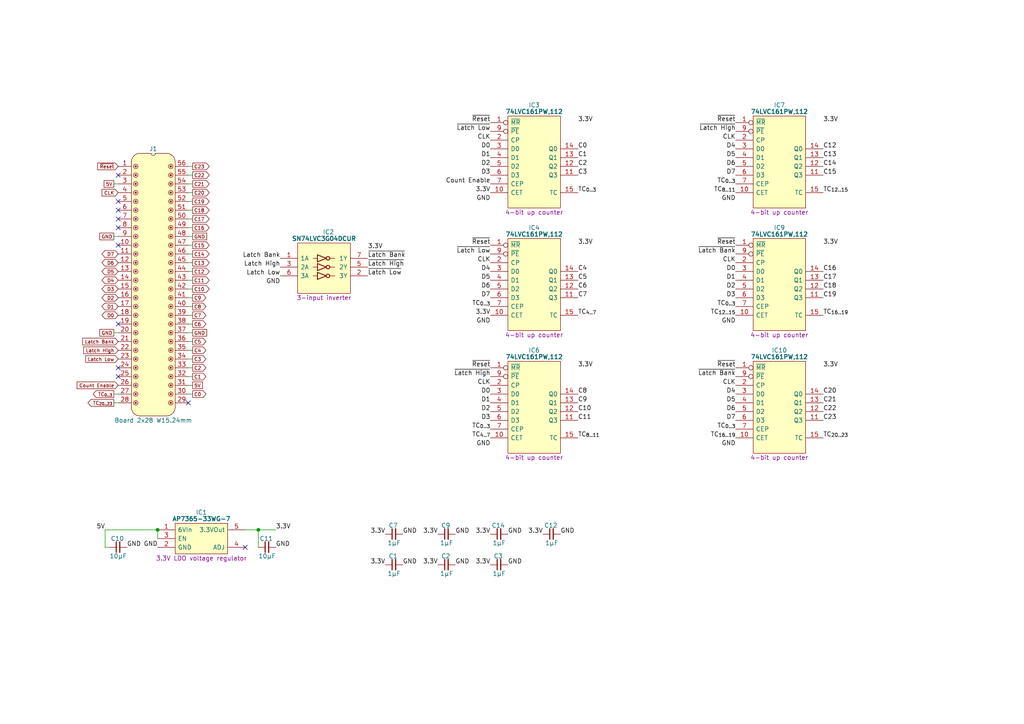
<source format=kicad_sch>
(kicad_sch (version 20250114) (generator "eeschema") (generator_version "9.0")
  (paper "A4")
  (title_block (title "Counter 24bit") (date "2024-07-06") (rev "V0"))
  (lib_symbols
    (symbol "Diodes_Inc:AP7365-33WG-7" (pin_names (offset 0.762))
      (property "Reference" "IC" (at 12.7 5.08 0))
      (property "Value" "AP7365-33WG-7" (at 12.7 3.175 0))
      (property "Description" "3.3V LDO voltage regulator" (at 12.7 -8.255 0))
      (symbol "AP7365-33WG-7_0_0"
        (pin input line (at 0 -2.54 0) (length 5.08) (name "EN") (number "3"))
        (pin passive line (at 0 -5.08 0) (length 5.08) (name "GND") (number "2"))
        (pin passive line (at 25.4 -5.08 180) (length 5.08) (name "ADJ") (number "4"))
      )
      (symbol "AP7365-33WG-7_0_1"
        (polyline (pts (xy 5.08 1.905) (xy 20.32 1.905) (xy 20.32 -6.985) (xy 5.08 -6.985) (xy 5.08 1.905)) (fill (type background)))
      )
      (symbol "AP7365-33WG-7_1_0"
        (pin passive line (at 0 0 0) (length 5.08) (name "6VIn") (number "1"))
        (pin passive line (at 25.4 0 180) (length 5.08) (name "3.3VOut") (number "5"))
      )
    )
    (symbol "HCP65:Board_02x28_W15.24mm" (pin_names (offset 1.016) (hide yes))
      (property "Reference" "J" (at 0 5.08 0))
      (property "Value" "Board 2x28 W15.24mm" (at 0 -73.66 0))
      (symbol "Board_02x28_W15.24mm_0_1"
        (polyline (pts (xy -6.35 1.27) (xy -6.35 -69.85)))
        (arc (start -3.8102 -72.3898) (mid -5.6063 -71.6459) (end -6.3502 -69.8498))
        (arc (start -6.35 1.27) (mid -5.6061 3.0661) (end -3.81 3.81))
        (polyline (pts (xy -3.81 3.81) (xy -0.635 3.81)))
        (arc (start 0.635 3.81) (mid 0 3.175) (end -0.635 3.81))
        (polyline (pts (xy 0.635 3.81) (xy 3.81 3.81)))
        (polyline (pts (xy 3.8098 -72.3898) (xy -3.81 -72.39)))
        (arc (start 3.81 3.81) (mid 5.6061 3.0661) (end 6.35 1.27))
        (arc (start 6.3498 -69.8498) (mid 5.6059 -71.6459) (end 3.8098 -72.3898))
        (polyline (pts (xy 6.35 -69.85) (xy 6.35 1.27)))
      )
      (symbol "Board_02x28_W15.24mm_1_1"
        (polyline (pts (xy -6.35 1.27) (xy -6.096 2.286) (xy -5.588 3.048) (xy -4.826 3.556) (xy -4.064 3.81) (xy -0.762 3.81) (xy -0.508 3.302) (xy 0 3.048) (xy 0 -34.29) (xy -6.35 -34.29) (xy -6.35 1.27)) (stroke (width -0.0001)) (fill (type background)))
        (polyline (pts (xy -6.35 -34.29) (xy 0 -34.29) (xy 0 -72.39) (xy -3.81 -72.39) (xy -4.826 -72.136) (xy -5.588 -71.628) (xy -6.096 -70.866) (xy -6.35 -69.85) (xy -6.35 -29.21)) (stroke (width -0.0001)) (fill (type background)))
        (circle (center -5.08 0) (radius 0.0001) (stroke (width 0.3)))
        (circle (center -5.08 0) (radius 0.635) (fill (type color) (color 255 255 255 1)))
        (circle (center -5.08 -2.54) (radius 0.0001) (stroke (width 0.3)))
        (circle (center -5.08 -2.54) (radius 0.635) (fill (type color) (color 255 255 255 1)))
        (circle (center -5.08 -5.08) (radius 0.0001) (stroke (width 0.3)))
        (circle (center -5.08 -5.08) (radius 0.635) (fill (type color) (color 255 255 255 1)))
        (circle (center -5.08 -7.62) (radius 0.0001) (stroke (width 0.3)))
        (circle (center -5.08 -7.62) (radius 0.635) (fill (type color) (color 255 255 255 1)))
        (circle (center -5.08 -10.16) (radius 0.0001) (stroke (width 0.3)))
        (circle (center -5.08 -10.16) (radius 0.635) (fill (type color) (color 255 255 255 1)))
        (circle (center -5.08 -12.7) (radius 0.0001) (stroke (width 0.3)))
        (circle (center -5.08 -12.7) (radius 0.635) (fill (type color) (color 255 255 255 1)))
        (circle (center -5.08 -15.24) (radius 0.0001) (stroke (width 0.3)))
        (circle (center -5.08 -15.24) (radius 0.635) (fill (type color) (color 255 255 255 1)))
        (circle (center -5.08 -17.78) (radius 0.0001) (stroke (width 0.3)))
        (circle (center -5.08 -17.78) (radius 0.635) (fill (type color) (color 255 255 255 1)))
        (circle (center -5.08 -20.32) (radius 0.0001) (stroke (width 0.3)))
        (circle (center -5.08 -20.32) (radius 0.635) (fill (type color) (color 255 255 255 1)))
        (circle (center -5.08 -22.86) (radius 0.0001) (stroke (width 0.3)))
        (circle (center -5.08 -22.86) (radius 0.635) (fill (type color) (color 255 255 255 1)))
        (circle (center -5.08 -25.4) (radius 0.0001) (stroke (width 0.3)))
        (circle (center -5.08 -25.4) (radius 0.635) (fill (type color) (color 255 255 255 1)))
        (circle (center -5.08 -27.94) (radius 0.0001) (stroke (width 0.3)))
        (circle (center -5.08 -27.94) (radius 0.635) (fill (type color) (color 255 255 255 1)))
        (circle (center -5.08 -30.48) (radius 0.0001) (stroke (width 0.3)))
        (circle (center -5.08 -30.48) (radius 0.635) (fill (type color) (color 255 255 255 1)))
        (circle (center -5.08 -33.02) (radius 0.0001) (stroke (width 0.3)))
        (circle (center -5.08 -33.02) (radius 0.635) (fill (type color) (color 255 255 255 1)))
        (circle (center -5.08 -35.56) (radius 0.0001) (stroke (width 0.3)))
        (circle (center -5.08 -35.56) (radius 0.635) (fill (type color) (color 255 255 255 1)))
        (circle (center -5.08 -38.1) (radius 0.0001) (stroke (width 0.3)))
        (circle (center -5.08 -38.1) (radius 0.635) (fill (type color) (color 255 255 255 1)))
        (circle (center -5.08 -40.64) (radius 0.0001) (stroke (width 0.3)))
        (circle (center -5.08 -40.64) (radius 0.635) (fill (type color) (color 255 255 255 1)))
        (circle (center -5.08 -43.18) (radius 0.0001) (stroke (width 0.3)))
        (circle (center -5.08 -43.18) (radius 0.635) (fill (type color) (color 255 255 255 1)))
        (circle (center -5.08 -45.72) (radius 0.0001) (stroke (width 0.3)))
        (circle (center -5.08 -45.72) (radius 0.635) (fill (type color) (color 255 255 255 1)))
        (circle (center -5.08 -48.26) (radius 0.0001) (stroke (width 0.3)))
        (circle (center -5.08 -48.26) (radius 0.635) (fill (type color) (color 255 255 255 1)))
        (circle (center -5.08 -50.8) (radius 0.0001) (stroke (width 0.3)))
        (circle (center -5.08 -50.8) (radius 0.635) (fill (type color) (color 255 255 255 1)))
        (circle (center -5.08 -53.34) (radius 0.0001) (stroke (width 0.3)))
        (circle (center -5.08 -53.34) (radius 0.635) (fill (type color) (color 255 255 255 1)))
        (circle (center -5.08 -55.88) (radius 0.0001) (stroke (width 0.3)))
        (circle (center -5.08 -55.88) (radius 0.635) (fill (type color) (color 255 255 255 1)))
        (circle (center -5.08 -58.42) (radius 0.0001) (stroke (width 0.3)))
        (circle (center -5.08 -58.42) (radius 0.635) (fill (type color) (color 255 255 255 1)))
        (circle (center -5.08 -60.96) (radius 0.0001) (stroke (width 0.3)))
        (circle (center -5.08 -60.96) (radius 0.635) (fill (type color) (color 255 255 255 1)))
        (circle (center -5.08 -63.5) (radius 0.0001) (stroke (width 0.3)))
        (circle (center -5.08 -63.5) (radius 0.635) (fill (type color) (color 255 255 255 1)))
        (circle (center -5.08 -66.04) (radius 0.0001) (stroke (width 0.3)))
        (circle (center -5.08 -66.04) (radius 0.635) (fill (type color) (color 255 255 255 1)))
        (circle (center -5.08 -68.58) (radius 0.0001) (stroke (width 0.3)))
        (circle (center -5.08 -68.58) (radius 0.635) (fill (type color) (color 255 255 255 1)))
        (circle (center 5.08 0) (radius 0.0001) (stroke (width 0.3)))
        (circle (center 5.08 0) (radius 0.635) (fill (type color) (color 255 255 255 1)))
        (circle (center 5.08 -2.54) (radius 0.0001) (stroke (width 0.3)))
        (circle (center 5.08 -2.54) (radius 0.635) (fill (type color) (color 255 255 255 1)))
        (circle (center 5.08 -5.08) (radius 0.0001) (stroke (width 0.3)))
        (circle (center 5.08 -5.08) (radius 0.635) (fill (type color) (color 255 255 255 1)))
        (circle (center 5.08 -7.62) (radius 0.0001) (stroke (width 0.3)))
        (circle (center 5.08 -7.62) (radius 0.635) (fill (type color) (color 255 255 255 1)))
        (circle (center 5.08 -10.16) (radius 0.0001) (stroke (width 0.3)))
        (circle (center 5.08 -10.16) (radius 0.635) (fill (type color) (color 255 255 255 1)))
        (circle (center 5.08 -12.7) (radius 0.0001) (stroke (width 0.3)))
        (circle (center 5.08 -12.7) (radius 0.635) (fill (type color) (color 255 255 255 1)))
        (circle (center 5.08 -15.24) (radius 0.0001) (stroke (width 0.3)))
        (circle (center 5.08 -15.24) (radius 0.635) (fill (type color) (color 255 255 255 1)))
        (circle (center 5.08 -17.78) (radius 0.0001) (stroke (width 0.3)))
        (circle (center 5.08 -17.78) (radius 0.635) (fill (type color) (color 255 255 255 1)))
        (circle (center 5.08 -20.32) (radius 0.0001) (stroke (width 0.3)))
        (circle (center 5.08 -20.32) (radius 0.635) (fill (type color) (color 255 255 255 1)))
        (circle (center 5.08 -22.86) (radius 0.0001) (stroke (width 0.3)))
        (circle (center 5.08 -22.86) (radius 0.635) (fill (type color) (color 255 255 255 1)))
        (circle (center 5.08 -25.4) (radius 0.0001) (stroke (width 0.3)))
        (circle (center 5.08 -25.4) (radius 0.635) (fill (type color) (color 255 255 255 1)))
        (circle (center 5.08 -27.94) (radius 0.0001) (stroke (width 0.3)))
        (circle (center 5.08 -27.94) (radius 0.635) (fill (type color) (color 255 255 255 1)))
        (circle (center 5.08 -30.48) (radius 0.0001) (stroke (width 0.3)))
        (circle (center 5.08 -30.48) (radius 0.635) (fill (type color) (color 255 255 255 1)))
        (circle (center 5.08 -33.02) (radius 0.0001) (stroke (width 0.3)))
        (circle (center 5.08 -33.02) (radius 0.635) (fill (type color) (color 255 255 255 1)))
        (circle (center 5.08 -35.56) (radius 0.0001) (stroke (width 0.3)))
        (circle (center 5.08 -35.56) (radius 0.635) (fill (type color) (color 255 255 255 1)))
        (circle (center 5.08 -38.1) (radius 0.0001) (stroke (width 0.3)))
        (circle (center 5.08 -38.1) (radius 0.635) (fill (type color) (color 255 255 255 1)))
        (circle (center 5.08 -40.64) (radius 0.0001) (stroke (width 0.3)))
        (circle (center 5.08 -40.64) (radius 0.635) (fill (type color) (color 255 255 255 1)))
        (circle (center 5.08 -43.18) (radius 0.0001) (stroke (width 0.3)))
        (circle (center 5.08 -43.18) (radius 0.635) (fill (type color) (color 255 255 255 1)))
        (circle (center 5.08 -45.72) (radius 0.0001) (stroke (width 0.3)))
        (circle (center 5.08 -45.72) (radius 0.635) (fill (type color) (color 255 255 255 1)))
        (circle (center 5.08 -48.26) (radius 0.0001) (stroke (width 0.3)))
        (circle (center 5.08 -48.26) (radius 0.635) (fill (type color) (color 255 255 255 1)))
        (circle (center 5.08 -50.8) (radius 0.0001) (stroke (width 0.3)))
        (circle (center 5.08 -50.8) (radius 0.635) (fill (type color) (color 255 255 255 1)))
        (circle (center 5.08 -53.34) (radius 0.0001) (stroke (width 0.3)))
        (circle (center 5.08 -53.34) (radius 0.635) (fill (type color) (color 255 255 255 1)))
        (circle (center 5.08 -55.88) (radius 0.0001) (stroke (width 0.3)))
        (circle (center 5.08 -55.88) (radius 0.635) (fill (type color) (color 255 255 255 1)))
        (circle (center 5.08 -58.42) (radius 0.0001) (stroke (width 0.3)))
        (circle (center 5.08 -58.42) (radius 0.635) (fill (type color) (color 255 255 255 1)))
        (circle (center 5.08 -60.96) (radius 0.0001) (stroke (width 0.3)))
        (circle (center 5.08 -60.96) (radius 0.635) (fill (type color) (color 255 255 255 1)))
        (circle (center 5.08 -63.5) (radius 0.0001) (stroke (width 0.3)))
        (circle (center 5.08 -63.5) (radius 0.635) (fill (type color) (color 255 255 255 1)))
        (circle (center 5.08 -66.04) (radius 0.0001) (stroke (width 0.3)))
        (circle (center 5.08 -66.04) (radius 0.635) (fill (type color) (color 255 255 255 1)))
        (circle (center 5.08 -68.58) (radius 0.0001) (stroke (width 0.3)))
        (circle (center 5.08 -68.58) (radius 0.635) (fill (type color) (color 255 255 255 1)))
        (polyline (pts (xy 6.35 1.27) (xy 6.096 2.286) (xy 5.588 3.048) (xy 4.826 3.556) (xy 4.064 3.81) (xy 0.762 3.81) (xy 0.508 3.302) (xy 0 3.048) (xy 0 -34.29) (xy 6.35 -34.29) (xy 6.35 1.27)) (stroke (width -0.0001)) (fill (type background)))
        (polyline (pts (xy 6.35 -34.29) (xy 0 -34.29) (xy 0 -72.39) (xy 3.81 -72.39) (xy 4.826 -72.136) (xy 5.588 -71.628) (xy 6.096 -70.866) (xy 6.35 -69.85)) (stroke (width -0.0001)) (fill (type background)))
        (pin passive line (at -10.16 0 0) (length 3.81) (name "") (number "1"))
        (pin passive line (at -10.16 -2.54 0) (length 3.81) (name "") (number "2"))
        (pin passive line (at -10.16 -5.08 0) (length 3.81) (name "") (number "3"))
        (pin passive line (at -10.16 -7.62 0) (length 3.81) (name "") (number "4"))
        (pin passive line (at -10.16 -10.16 0) (length 3.81) (name "") (number "5"))
        (pin passive line (at -10.16 -12.7 0) (length 3.81) (name "") (number "6"))
        (pin passive line (at -10.16 -15.24 0) (length 3.81) (name "") (number "7"))
        (pin passive line (at -10.16 -17.78 0) (length 3.81) (name "") (number "8"))
        (pin passive line (at -10.16 -20.32 0) (length 3.81) (name "") (number "9"))
        (pin passive line (at -10.16 -22.86 0) (length 3.81) (name "") (number "10"))
        (pin passive line (at -10.16 -25.4 0) (length 3.81) (name "") (number "11"))
        (pin passive line (at -10.16 -27.94 0) (length 3.81) (name "") (number "12"))
        (pin passive line (at -10.16 -30.48 0) (length 3.81) (name "") (number "13"))
        (pin passive line (at -10.16 -33.02 0) (length 3.81) (name "") (number "14"))
        (pin passive line (at -10.16 -35.56 0) (length 3.81) (name "") (number "15"))
        (pin passive line (at -10.16 -38.1 0) (length 3.81) (name "") (number "16"))
        (pin passive line (at -10.16 -40.64 0) (length 3.81) (name "") (number "17"))
        (pin passive line (at -10.16 -43.18 0) (length 3.81) (name "") (number "18"))
        (pin passive line (at -10.16 -45.72 0) (length 3.81) (name "") (number "19"))
        (pin passive line (at -10.16 -48.26 0) (length 3.81) (name "") (number "20"))
        (pin passive line (at -10.16 -50.8 0) (length 3.81) (name "") (number "21"))
        (pin passive line (at -10.16 -53.34 0) (length 3.81) (name "") (number "22"))
        (pin passive line (at -10.16 -55.88 0) (length 3.81) (name "") (number "23"))
        (pin passive line (at -10.16 -58.42 0) (length 3.81) (name "") (number "24"))
        (pin passive line (at -10.16 -60.96 0) (length 3.81) (name "") (number "25"))
        (pin passive line (at -10.16 -63.5 0) (length 3.81) (name "") (number "26"))
        (pin passive line (at -10.16 -66.04 0) (length 3.81) (name "") (number "27"))
        (pin passive line (at -10.16 -68.58 0) (length 3.81) (name "") (number "28"))
        (pin passive line (at 10.16 0 180) (length 3.81) (name "") (number "56"))
        (pin passive line (at 10.16 -2.54 180) (length 3.81) (name "") (number "55"))
        (pin passive line (at 10.16 -5.08 180) (length 3.81) (name "") (number "54"))
        (pin passive line (at 10.16 -7.62 180) (length 3.81) (name "") (number "53"))
        (pin passive line (at 10.16 -10.16 180) (length 3.81) (name "") (number "52"))
        (pin passive line (at 10.16 -12.7 180) (length 3.81) (name "") (number "51"))
        (pin passive line (at 10.16 -15.24 180) (length 3.81) (name "") (number "50"))
        (pin passive line (at 10.16 -17.78 180) (length 3.81) (name "") (number "49"))
        (pin passive line (at 10.16 -20.32 180) (length 3.81) (name "") (number "48"))
        (pin passive line (at 10.16 -22.86 180) (length 3.81) (name "") (number "47"))
        (pin passive line (at 10.16 -25.4 180) (length 3.81) (name "") (number "46"))
        (pin passive line (at 10.16 -27.94 180) (length 3.81) (name "") (number "45"))
        (pin passive line (at 10.16 -30.48 180) (length 3.81) (name "") (number "44"))
        (pin passive line (at 10.16 -33.02 180) (length 3.81) (name "") (number "43"))
        (pin passive line (at 10.16 -35.56 180) (length 3.81) (name "") (number "42"))
        (pin passive line (at 10.16 -38.1 180) (length 3.81) (name "") (number "41"))
        (pin passive line (at 10.16 -40.64 180) (length 3.81) (name "") (number "40"))
        (pin passive line (at 10.16 -43.18 180) (length 3.81) (name "") (number "39"))
        (pin passive line (at 10.16 -45.72 180) (length 3.81) (name "") (number "38"))
        (pin passive line (at 10.16 -48.26 180) (length 3.81) (name "") (number "37"))
        (pin passive line (at 10.16 -50.8 180) (length 3.81) (name "") (number "36"))
        (pin passive line (at 10.16 -53.34 180) (length 3.81) (name "") (number "35"))
        (pin passive line (at 10.16 -55.88 180) (length 3.81) (name "") (number "34"))
        (pin passive line (at 10.16 -58.42 180) (length 3.81) (name "") (number "33"))
        (pin passive line (at 10.16 -60.96 180) (length 3.81) (name "") (number "32"))
        (pin passive line (at 10.16 -63.5 180) (length 3.81) (name "") (number "31"))
        (pin passive line (at 10.16 -66.04 180) (length 3.81) (name "") (number "30"))
        (pin passive line (at 10.16 -68.58 180) (length 3.81) (name "") (number "29"))
      )
    )
    (symbol "HCP65:C_0805" (pin_numbers (hide yes)) (pin_names (offset 0.254) (hide yes))
      (property "Reference" "C" (at 2.286 2.54 0))
      (property "Value" "?μF" (at 2.54 -2.54 0))
      (symbol "C_0805_0_1"
        (polyline (pts (xy 1.9685 -1.4605) (xy 1.9685 1.5875)) (stroke (width 0.3048)))
        (polyline (pts (xy 2.9845 -1.4605) (xy 2.9845 1.5875)) (stroke (width 0.3302)))
      )
      (symbol "C_0805_1_1"
        (pin passive line (at 0 0 0) (length 2.032) (name "~") (number "1"))
        (pin passive line (at 5.08 0 180) (length 2.032) (name "~") (number "2"))
      )
    )
    (symbol "Nexperia:74LVC161PW,112" (pin_names (offset 0.762))
      (property "Reference" "IC" (at 12.7 5.08 0))
      (property "Value" "74LVC161PW,112" (at 12.7 3.175 0))
      (property "Description" "4-bit up counter" (at 12.7 -26.035 0))
      (symbol "74LVC161PW,112_0_0"
        (pin input inverted (at 0 0 0) (length 5.08) (name "~{MR}") (number "1"))
        (pin input inverted (at 0 -2.54 0) (length 5.08) (name "~{PE}") (number "9"))
        (pin input line (at 0 -5.08 0) (length 5.08) (name "CP") (number "2"))
        (pin input line (at 0 -7.62 0) (length 5.08) (name "D0") (number "3"))
        (pin input line (at 0 -10.16 0) (length 5.08) (name "D1") (number "4"))
        (pin input line (at 0 -12.7 0) (length 5.08) (name "D2") (number "5"))
        (pin input line (at 0 -15.24 0) (length 5.08) (name "D3") (number "6"))
        (pin input line (at 0 -17.78 0) (length 5.08) (name "CEP") (number "7"))
        (pin input line (at 0 -20.32 0) (length 5.08) (name "CET") (number "10"))
        (pin passive line (at 0 -22.86 0) (length 5.08) (hide yes) (name "GND") (number "8"))
        (pin passive line (at 25.4 0 180) (length 5.08) (hide yes) (name "3V") (number "16"))
        (pin output line (at 25.4 -7.62 180) (length 5.08) (name "Q0") (number "14"))
        (pin output line (at 25.4 -10.16 180) (length 5.08) (name "Q1") (number "13"))
        (pin output line (at 25.4 -12.7 180) (length 5.08) (name "Q2") (number "12"))
        (pin output line (at 25.4 -15.24 180) (length 5.08) (name "Q3") (number "11"))
        (pin output line (at 25.4 -20.32 180) (length 5.08) (name "TC") (number "15"))
      )
      (symbol "74LVC161PW,112_0_1"
        (polyline (pts (xy 5.08 1.905) (xy 20.32 1.905) (xy 20.32 -24.765) (xy 5.08 -24.765) (xy 5.08 1.905)) (stroke (width 0.1524)) (fill (type background)))
      )
    )
    (symbol "Texas_Instruments:SN74LVC3G04DCUR" (pin_names (offset 0.762))
      (property "Reference" "IC" (at 13.97 7.62 0))
      (property "Value" "SN74LVC3G04DCUR" (at 12.7 5.715 0))
      (property "Description" "3-input inverter" (at 12.7 -11.43 0))
      (symbol "SN74LVC3G04DCUR_0_0"
        (pin input line (at 0 0 0) (length 5.08) (name "1A") (number "1"))
        (pin input line (at 0 -2.54 0) (length 5.08) (name "2A") (number "3"))
        (pin input line (at 0 -5.08 0) (length 5.08) (name "3A") (number "6"))
        (pin output line (at 25.4 -2.54 180) (length 5.08) (name "2Y") (number "5"))
        (pin output line (at 25.4 -5.08 180) (length 5.08) (name "3Y") (number "2"))
      )
      (symbol "SN74LVC3G04DCUR_0_1"
        (polyline (pts (xy 5.08 4.445) (xy 20.32 4.445) (xy 20.32 -10.16) (xy 5.08 -10.16) (xy 5.08 4.445)) (stroke (width 0.1524)) (fill (type background)))
        (polyline (pts (xy 9.525 0) (xy 10.7949 0)))
        (polyline (pts (xy 9.525 -2.54) (xy 10.7949 -2.54)))
        (polyline (pts (xy 9.525 -5.08) (xy 10.7949 -5.08)))
        (rectangle (start 10.795 1.016) (end 10.795 -1.016) (stroke (width 0.254)) (fill (type background)))
        (polyline (pts (xy 10.795 -1.016) (xy 13.335 0) (xy 10.795 1.016)) (stroke (width 0.254)))
        (rectangle (start 10.795 -1.524) (end 10.795 -3.556) (stroke (width 0.254)) (fill (type background)))
        (polyline (pts (xy 10.795 -3.556) (xy 13.335 -2.54) (xy 10.795 -1.524)) (stroke (width 0.254)))
        (rectangle (start 10.795 -4.064) (end 10.795 -6.096) (stroke (width 0.254)) (fill (type background)))
        (polyline (pts (xy 10.795 -6.096) (xy 13.335 -5.08) (xy 10.795 -4.064)) (stroke (width 0.254)))
        (circle (center 13.843 0) (radius 0.508) (stroke (width 0.254)))
        (circle (center 13.843 -2.54) (radius 0.508) (stroke (width 0.254)))
        (circle (center 13.843 -5.08) (radius 0.508) (stroke (width 0.254)))
        (polyline (pts (xy 14.351 0) (xy 15.875 0)))
        (polyline (pts (xy 14.351 -2.54) (xy 15.875 -2.54)))
        (polyline (pts (xy 14.351 -5.08) (xy 15.875 -5.08)))
      )
      (symbol "SN74LVC3G04DCUR_1_0"
        (pin passive line (at 0 -7.62 0) (length 5.08) (hide yes) (name "GND") (number "4"))
        (pin passive line (at 25.4 2.54 180) (length 5.08) (hide yes) (name "3V") (number "8"))
        (pin output line (at 25.4 0 180) (length 5.08) (name "1Y") (number "7"))
      )
    )
  )
  (junction (at 45.72 153.67))
  (junction (at 74.93 153.67))
  (no_connect (at 34.29 63.5))
  (no_connect (at 34.29 58.42))
  (no_connect (at 34.29 93.98))
  (no_connect (at 71.12 158.75))
  (no_connect (at 54.61 116.84))
  (no_connect (at 34.29 106.68))
  (no_connect (at 34.29 71.12))
  (no_connect (at 34.29 66.04))
  (no_connect (at 34.29 60.96))
  (no_connect (at 34.29 109.22))
  (no_connect (at 34.29 50.8))
  (wire (pts (xy 55.88 91.44) (xy 54.61 91.44)))
  (wire (pts (xy 55.88 111.76) (xy 54.61 111.76)))
  (wire (pts (xy 55.88 86.36) (xy 54.61 86.36)))
  (wire (pts (xy 55.88 104.14) (xy 54.61 104.14)))
  (wire (pts (xy 55.88 58.42) (xy 54.61 58.42)))
  (wire (pts (xy 74.93 158.75) (xy 74.93 153.67)))
  (wire (pts (xy 55.88 114.3) (xy 54.61 114.3)))
  (wire (pts (xy 55.88 68.58) (xy 54.61 68.58)))
  (wire (pts (xy 55.88 83.82) (xy 54.61 83.82)))
  (wire (pts (xy 55.88 53.34) (xy 54.61 53.34)))
  (wire (pts (xy 55.88 60.96) (xy 54.61 60.96)))
  (wire (pts (xy 30.48 153.67) (xy 45.72 153.67)))
  (wire (pts (xy 55.88 96.52) (xy 54.61 96.52)))
  (wire (pts (xy 55.88 106.68) (xy 54.61 106.68)))
  (wire (pts (xy 55.88 81.28) (xy 54.61 81.28)))
  (wire (pts (xy 33.02 96.52) (xy 34.29 96.52)))
  (wire (pts (xy 33.02 114.3) (xy 34.29 114.3)))
  (wire (pts (xy 45.72 153.67) (xy 45.72 156.21)))
  (wire (pts (xy 33.02 68.58) (xy 34.29 68.58)))
  (wire (pts (xy 55.88 88.9) (xy 54.61 88.9)))
  (wire (pts (xy 55.88 63.5) (xy 54.61 63.5)))
  (wire (pts (xy 55.88 99.06) (xy 54.61 99.06)))
  (wire (pts (xy 55.88 66.04) (xy 54.61 66.04)))
  (wire (pts (xy 55.88 73.66) (xy 54.61 73.66)))
  (wire (pts (xy 71.12 153.67) (xy 74.93 153.67)))
  (wire (pts (xy 55.88 48.26) (xy 54.61 48.26)))
  (wire (pts (xy 55.88 78.74) (xy 54.61 78.74)))
  (wire (pts (xy 55.88 50.8) (xy 54.61 50.8)))
  (wire (pts (xy 55.88 93.98) (xy 54.61 93.98)))
  (wire (pts (xy 30.48 153.67) (xy 30.48 158.75)))
  (wire (pts (xy 55.88 109.22) (xy 54.61 109.22)))
  (wire (pts (xy 55.88 76.2) (xy 54.61 76.2)))
  (wire (pts (xy 33.02 53.34) (xy 34.29 53.34)))
  (wire (pts (xy 55.88 55.88) (xy 54.61 55.88)))
  (wire (pts (xy 55.88 101.6) (xy 54.61 101.6)))
  (wire (pts (xy 55.88 71.12) (xy 54.61 71.12)))
  (wire (pts (xy 30.48 158.75) (xy 31.75 158.75)))
  (wire (pts (xy 33.02 116.84) (xy 34.29 116.84)))
  (wire (pts (xy 74.93 153.67) (xy 80.01 153.67)))
  (label "C6" (at 167.64 83.82 0))
  (label "D0" (at 142.24 114.3 180))
  (label "C17" (at 238.76 81.28 0))
  (label "TC_{8..11}" (at 167.64 127 0))
  (label "GND" (at 213.36 93.98 180))
  (label "TC_{8..11}" (at 213.36 55.88 180))
  (label "C13" (at 238.76 45.72 0))
  (label "3.3V" (at 127 163.83 180))
  (label "TC_{0..3}" (at 213.36 53.34 180))
  (label "~{Latch High}" (at 106.68 77.47 0))
  (label "D5" (at 213.36 45.72 180))
  (label "C1" (at 167.64 45.72 0))
  (label "GND" (at 147.32 154.94 0))
  (label "D4" (at 213.36 43.18 180))
  (label "~{Reset}" (at 213.36 106.68 180))
  (label "C11" (at 167.64 121.92 0))
  (label "D2" (at 142.24 48.26 180))
  (label "GND" (at 80.01 158.75 0))
  (label "GND" (at 213.36 58.42 180))
  (label "TC_{0..3}" (at 167.64 55.88 0))
  (label "3.3V" (at 238.76 71.12 0))
  (label "~{Latch Bank}" (at 106.68 74.93 0))
  (label "CLK" (at 142.24 40.64 180))
  (label "D3" (at 142.24 50.8 180))
  (label "D2" (at 142.24 119.38 180))
  (label "C21" (at 238.76 116.84 0))
  (label "GND" (at 162.56 154.94 0))
  (label "~{Reset}" (at 142.24 71.12 180))
  (label "D3" (at 213.36 86.36 180))
  (label "Latch High" (at 81.28 77.47 180))
  (label "3.3V" (at 127 154.94 180))
  (label "GND" (at 116.84 154.94 0))
  (label "D1" (at 142.24 45.72 180))
  (label "GND" (at 36.83 158.75 0))
  (label "5V" (at 30.48 153.67 180))
  (label "D7" (at 142.24 86.36 180))
  (label "GND" (at 142.24 129.54 180))
  (label "D0" (at 213.36 78.74 180))
  (label "D6" (at 213.36 48.26 180))
  (label "Count Enable" (at 142.24 53.34 180))
  (label "TC_{16..19}" (at 213.36 127 180))
  (label "TC_{12..15}" (at 213.36 91.44 180))
  (label "TC_{0..3}" (at 213.36 88.9 180))
  (label "CLK" (at 213.36 76.2 180))
  (label "TC_{4..7}" (at 142.24 127 180))
  (label "GND" (at 142.24 58.42 180))
  (label "~{Latch High}" (at 142.24 109.22 180))
  (label "Latch Low" (at 81.28 80.01 180))
  (label "TC_{16..19}" (at 238.76 91.44 0))
  (label "C10" (at 167.64 119.38 0))
  (label "3.3V" (at 238.76 35.56 0))
  (label "GND" (at 45.72 158.75 180))
  (label "D4" (at 142.24 78.74 180))
  (label "3.3V" (at 238.76 106.68 0))
  (label "3.3V" (at 111.76 154.94 180))
  (label "GND" (at 147.32 163.83 0))
  (label "~{Latch Low}" (at 142.24 38.1 180))
  (label "3.3V" (at 142.24 154.94 180))
  (label "D1" (at 142.24 116.84 180))
  (label "3.3V" (at 142.24 163.83 180))
  (label "C15" (at 238.76 50.8 0))
  (label "~{Reset}" (at 213.36 35.56 180))
  (label "GND" (at 116.84 163.83 0))
  (label "3.3V" (at 142.24 91.44 180))
  (label "C16" (at 238.76 78.74 0))
  (label "C4" (at 167.64 78.74 0))
  (label "C22" (at 238.76 119.38 0))
  (label "TC_{0..3}" (at 213.36 124.46 180))
  (label "TC_{20..23}" (at 238.76 127 0))
  (label "C18" (at 238.76 83.82 0))
  (label "CLK" (at 213.36 40.64 180))
  (label "C14" (at 238.76 48.26 0))
  (label "GND" (at 142.24 93.98 180))
  (label "C9" (at 167.64 116.84 0))
  (label "~{Latch Bank}" (at 213.36 109.22 180))
  (label "D5" (at 213.36 116.84 180))
  (label "~{Reset}" (at 142.24 106.68 180))
  (label "D7" (at 213.36 121.92 180))
  (label "~{Latch Low}" (at 142.24 73.66 180))
  (label "CLK" (at 213.36 111.76 180))
  (label "D3" (at 142.24 121.92 180))
  (label "3.3V" (at 167.64 106.68 0))
  (label "C19" (at 238.76 86.36 0))
  (label "3.3V" (at 167.64 35.56 0))
  (label "D7" (at 213.36 50.8 180))
  (label "C23" (at 238.76 121.92 0))
  (label "~{Latch Bank}" (at 213.36 73.66 180))
  (label "D0" (at 142.24 43.18 180))
  (label "C5" (at 167.64 81.28 0))
  (label "3.3V" (at 106.68 72.39 0))
  (label "3.3V" (at 80.01 153.67 0))
  (label "GND" (at 81.28 82.55 180))
  (label "D1" (at 213.36 81.28 180))
  (label "C3" (at 167.64 50.8 0))
  (label "~{Reset}" (at 142.24 35.56 180))
  (label "D6" (at 142.24 83.82 180))
  (label "CLK" (at 142.24 76.2 180))
  (label "C2" (at 167.64 48.26 0))
  (label "CLK" (at 142.24 111.76 180))
  (label "TC_{0..3}" (at 142.24 88.9 180))
  (label "~{Latch High}" (at 213.36 38.1 180))
  (label "GND" (at 132.08 163.83 0))
  (label "TC_{0..3}" (at 142.24 124.46 180))
  (label "3.3V" (at 111.76 163.83 180))
  (label "TC_{12..15}" (at 238.76 55.88 0))
  (label "C0" (at 167.64 43.18 0))
  (label "3.3V" (at 142.24 55.88 180))
  (label "C8" (at 167.64 114.3 0))
  (label "Latch Bank" (at 81.28 74.93 180))
  (label "3.3V" (at 157.48 154.94 180))
  (label "C12" (at 238.76 43.18 0))
  (label "GND" (at 132.08 154.94 0))
  (label "D2" (at 213.36 83.82 180))
  (label "~{Latch Low}" (at 106.68 80.01 0))
  (label "~{Reset}" (at 213.36 71.12 180))
  (label "GND" (at 213.36 129.54 180))
  (label "D5" (at 142.24 81.28 180))
  (label "3.3V" (at 167.64 71.12 0))
  (label "D6" (at 213.36 119.38 180))
  (label "D4" (at 213.36 114.3 180))
  (label "C7" (at 167.64 86.36 0))
  (label "TC_{4..7}" (at 167.64 91.44 0))
  (label "C20" (at 238.76 114.3 0))
  (global_label "5V" (shape passive) (at 55.88 111.76 0) (effects (font (size 1 1))) (property "Intersheetrefs" "${INTERSHEET_REFS}" (effects (hide yes))))
  (global_label "C11" (shape output) (at 55.88 81.28 0) (effects (font (size 1 1))) (property "Intersheetrefs" "${INTERSHEET_REFS}" (effects (hide yes))))
  (global_label "C3" (shape output) (at 55.88 104.14 0) (effects (font (size 1 1))) (property "Intersheetrefs" "${INTERSHEET_REFS}" (effects (hide yes))))
  (global_label "~{Reset}" (shape input) (at 34.29 48.26 180) (effects (font (size 1 1))) (property "Intersheetrefs" "${INTERSHEET_REFS}" (effects (hide yes))))
  (global_label "TC_{20..23}" (shape output) (at 33.02 116.84 180) (effects (font (size 1 1))) (property "Intersheetrefs" "${INTERSHEET_REFS}" (effects (hide yes))))
  (global_label "D7" (shape tri_state) (at 34.29 73.66 180) (effects (font (size 1 1))) (property "Intersheetrefs" "${INTERSHEET_REFS}" (effects (hide yes))))
  (global_label "C4" (shape output) (at 55.88 101.6 0) (effects (font (size 1 1))) (property "Intersheetrefs" "${INTERSHEET_REFS}" (effects (hide yes))))
  (global_label "C6" (shape output) (at 55.88 93.98 0) (effects (font (size 1 1))) (property "Intersheetrefs" "${INTERSHEET_REFS}" (effects (hide yes))))
  (global_label "C23" (shape output) (at 55.88 48.26 0) (effects (font (size 1 1))) (property "Intersheetrefs" "${INTERSHEET_REFS}" (effects (hide yes))))
  (global_label "D3" (shape tri_state) (at 34.29 83.82 180) (effects (font (size 1 1))) (property "Intersheetrefs" "${INTERSHEET_REFS}" (effects (hide yes))))
  (global_label "C22" (shape output) (at 55.88 50.8 0) (effects (font (size 1 1))) (property "Intersheetrefs" "${INTERSHEET_REFS}" (effects (hide yes))))
  (global_label "C21" (shape output) (at 55.88 53.34 0) (effects (font (size 1 1))) (property "Intersheetrefs" "${INTERSHEET_REFS}" (effects (hide yes))))
  (global_label "C13" (shape output) (at 55.88 76.2 0) (effects (font (size 1 1))) (property "Intersheetrefs" "${INTERSHEET_REFS}" (effects (hide yes))))
  (global_label "GND" (shape passive) (at 33.02 96.52 180) (effects (font (size 1 1))) (property "Intersheetrefs" "${INTERSHEET_REFS}" (effects (hide yes))))
  (global_label "D0" (shape tri_state) (at 34.29 91.44 180) (effects (font (size 1 1))) (property "Intersheetrefs" "${INTERSHEET_REFS}" (effects (hide yes))))
  (global_label "D2" (shape tri_state) (at 34.29 86.36 180) (effects (font (size 1 1))) (property "Intersheetrefs" "${INTERSHEET_REFS}" (effects (hide yes))))
  (global_label "C20" (shape output) (at 55.88 55.88 0) (effects (font (size 1 1))) (property "Intersheetrefs" "${INTERSHEET_REFS}" (effects (hide yes))))
  (global_label "C5" (shape output) (at 55.88 99.06 0) (effects (font (size 1 1))) (property "Intersheetrefs" "${INTERSHEET_REFS}" (effects (hide yes))))
  (global_label "C8" (shape output) (at 55.88 88.9 0) (effects (font (size 1 1))) (property "Intersheetrefs" "${INTERSHEET_REFS}" (effects (hide yes))))
  (global_label "5V" (shape passive) (at 33.02 53.34 180) (effects (font (size 1 1))) (property "Intersheetrefs" "${INTERSHEET_REFS}" (effects (hide yes))))
  (global_label "D6" (shape tri_state) (at 34.29 76.2 180) (effects (font (size 1 1))) (property "Intersheetrefs" "${INTERSHEET_REFS}" (effects (hide yes))))
  (global_label "GND" (shape passive) (at 55.88 68.58 0) (effects (font (size 1 1))) (property "Intersheetrefs" "${INTERSHEET_REFS}" (effects (hide yes))))
  (global_label "C18" (shape output) (at 55.88 60.96 0) (effects (font (size 1 1))) (property "Intersheetrefs" "${INTERSHEET_REFS}" (effects (hide yes))))
  (global_label "CLK" (shape input) (at 34.29 55.88 180) (effects (font (size 1 1))) (property "Intersheetrefs" "${INTERSHEET_REFS}" (effects (hide yes))))
  (global_label "C9" (shape output) (at 55.88 86.36 0) (effects (font (size 1 1))) (property "Intersheetrefs" "${INTERSHEET_REFS}" (effects (hide yes))))
  (global_label "C10" (shape output) (at 55.88 83.82 0) (effects (font (size 1 1))) (property "Intersheetrefs" "${INTERSHEET_REFS}" (effects (hide yes))))
  (global_label "C12" (shape output) (at 55.88 78.74 0) (effects (font (size 1 1))) (property "Intersheetrefs" "${INTERSHEET_REFS}" (effects (hide yes))))
  (global_label "C19" (shape output) (at 55.88 58.42 0) (effects (font (size 1 1))) (property "Intersheetrefs" "${INTERSHEET_REFS}" (effects (hide yes))))
  (global_label "TC_{0..3}" (shape output) (at 33.02 114.3 180) (effects (font (size 1 1))) (property "Intersheetrefs" "${INTERSHEET_REFS}" (effects (hide yes))))
  (global_label "C2" (shape output) (at 55.88 106.68 0) (effects (font (size 1 1))) (property "Intersheetrefs" "${INTERSHEET_REFS}" (effects (hide yes))))
  (global_label "C0" (shape output) (at 55.88 114.3 0) (effects (font (size 1 1))) (property "Intersheetrefs" "${INTERSHEET_REFS}" (effects (hide yes))))
  (global_label "GND" (shape passive) (at 55.88 96.52 0) (effects (font (size 1 1))) (property "Intersheetrefs" "${INTERSHEET_REFS}" (effects (hide yes))))
  (global_label "Latch Bank" (shape input) (at 34.29 99.06 180) (effects (font (size 1 1))) (property "Intersheetrefs" "${INTERSHEET_REFS}" (effects (hide yes))))
  (global_label "D1" (shape tri_state) (at 34.29 88.9 180) (effects (font (size 1 1))) (property "Intersheetrefs" "${INTERSHEET_REFS}" (effects (hide yes))))
  (global_label "D4" (shape tri_state) (at 34.29 81.28 180) (effects (font (size 1 1))) (property "Intersheetrefs" "${INTERSHEET_REFS}" (effects (hide yes))))
  (global_label "Latch Low" (shape input) (at 34.29 104.14 180) (effects (font (size 1 1))) (property "Intersheetrefs" "${INTERSHEET_REFS}" (effects (hide yes))))
  (global_label "C15" (shape output) (at 55.88 71.12 0) (effects (font (size 1 1))) (property "Intersheetrefs" "${INTERSHEET_REFS}" (effects (hide yes))))
  (global_label "C7" (shape output) (at 55.88 91.44 0) (effects (font (size 1 1))) (property "Intersheetrefs" "${INTERSHEET_REFS}" (effects (hide yes))))
  (global_label "C16" (shape output) (at 55.88 66.04 0) (effects (font (size 1 1))) (property "Intersheetrefs" "${INTERSHEET_REFS}" (effects (hide yes))))
  (global_label "GND" (shape passive) (at 33.02 68.58 180) (effects (font (size 1 1))) (property "Intersheetrefs" "${INTERSHEET_REFS}" (effects (hide yes))))
  (global_label "Count Enable" (shape input) (at 34.29 111.76 180) (effects (font (size 1 1))) (property "Intersheetrefs" "${INTERSHEET_REFS}" (effects (hide yes))))
  (global_label "Latch High" (shape input) (at 34.29 101.6 180) (effects (font (size 1 1))) (property "Intersheetrefs" "${INTERSHEET_REFS}" (effects (hide yes))))
  (global_label "C1" (shape output) (at 55.88 109.22 0) (effects (font (size 1 1))) (property "Intersheetrefs" "${INTERSHEET_REFS}" (effects (hide yes))))
  (global_label "C14" (shape output) (at 55.88 73.66 0) (effects (font (size 1 1))) (property "Intersheetrefs" "${INTERSHEET_REFS}" (effects (hide yes))))
  (global_label "D5" (shape tri_state) (at 34.29 78.74 180) (effects (font (size 1 1))) (property "Intersheetrefs" "${INTERSHEET_REFS}" (effects (hide yes))))
  (global_label "C17" (shape output) (at 55.88 63.5 0) (effects (font (size 1 1))) (property "Intersheetrefs" "${INTERSHEET_REFS}" (effects (hide yes))))
  (symbol (lib_id "HCP65:C_0805") (at 111.76 163.83 0) (unit 1)
    (property "Reference" "C1" (at 114.046 161.29 0))
    (property "Value" "1μF" (at 114.3 166.37 0))
    (property "Footprint" "SamacSys_Parts:C_0805" (effects (hide yes)))
  )
  (symbol (lib_id "HCP65:C_0805") (at 142.24 154.94 0) (unit 1)
    (property "Reference" "C14" (at 144.526 152.4 0))
    (property "Value" "1μF" (at 144.78 157.48 0))
    (property "Footprint" "SamacSys_Parts:C_0805" (effects (hide yes)))
  )
  (symbol (lib_id "HCP65:C_0805") (at 142.24 163.83 0) (unit 1)
    (property "Reference" "C3" (at 144.526 161.29 0))
    (property "Value" "1μF" (at 144.78 166.37 0))
    (property "Footprint" "SamacSys_Parts:C_0805" (effects (hide yes)))
  )
  (symbol (lib_id "Nexperia:74LVC161PW,112") (at 142.24 71.12 0) (unit 1)
    (property "Reference" "IC4" (at 154.94 66.04 0))
    (property "Value" "74LVC161PW,112" (at 154.94 67.945 0) (effects (font (bold yes))))
    (property "Footprint" "SamacSys_Parts:SOP65P640X110-16N" (effects (hide yes)))
    (property "Datasheet" "https://assets.nexperia.com/documents/data-sheet/74LVC161.pdf" (effects (hide yes)))
    (property "Description" "4-bit up counter" (at 154.94 97.155 0))
    (property "Height" "1.1" (effects (hide yes)))
    (property "Mouser Part Number" "771-LVC161PW112" (effects (hide yes)))
    (property "Mouser Price/Stock" "https://www.mouser.co.uk/ProductDetail/Nexperia/74LVC161PW112?qs=me8TqzrmIYXBQ64YL7POQw%3D%3D" (effects (hide yes)))
    (property "Manufacturer_Name" "Nexperia" (effects (hide yes)))
    (property "Manufacturer_Part_Number" "74LVC161PW,112" (effects (hide yes)))
    (property "Silkscreen" "74LVC161" (effects (hide yes)))
    (property "Garbage" "74LVC161 - Presettable synchronous 4-bit binary counter; asynchronous reset@en-us" (effects (hide yes)))
  )
  (symbol (lib_id "Nexperia:74LVC161PW,112") (at 142.24 35.56 0) (unit 1)
    (property "Reference" "IC3" (at 154.94 30.48 0))
    (property "Value" "74LVC161PW,112" (at 154.94 32.385 0) (effects (font (bold yes))))
    (property "Footprint" "SamacSys_Parts:SOP65P640X110-16N" (effects (hide yes)))
    (property "Datasheet" "https://assets.nexperia.com/documents/data-sheet/74LVC161.pdf" (effects (hide yes)))
    (property "Description" "4-bit up counter" (at 154.94 61.595 0))
    (property "Height" "1.1" (effects (hide yes)))
    (property "Mouser Part Number" "771-LVC161PW112" (effects (hide yes)))
    (property "Mouser Price/Stock" "https://www.mouser.co.uk/ProductDetail/Nexperia/74LVC161PW112?qs=me8TqzrmIYXBQ64YL7POQw%3D%3D" (effects (hide yes)))
    (property "Manufacturer_Name" "Nexperia" (effects (hide yes)))
    (property "Manufacturer_Part_Number" "74LVC161PW,112" (effects (hide yes)))
    (property "Silkscreen" "74LVC161" (effects (hide yes)))
    (property "Garbage" "74LVC161 - Presettable synchronous 4-bit binary counter; asynchronous reset@en-us" (effects (hide yes)))
  )
  (symbol (lib_id "Nexperia:74LVC161PW,112") (at 213.36 106.68 0) (unit 1)
    (property "Reference" "IC10" (at 226.06 101.6 0))
    (property "Value" "74LVC161PW,112" (at 226.06 103.505 0) (effects (font (bold yes))))
    (property "Footprint" "SamacSys_Parts:SOP65P640X110-16N" (effects (hide yes)))
    (property "Datasheet" "https://assets.nexperia.com/documents/data-sheet/74LVC161.pdf" (effects (hide yes)))
    (property "Description" "4-bit up counter" (at 226.06 132.715 0))
    (property "Height" "1.1" (effects (hide yes)))
    (property "Mouser Part Number" "771-LVC161PW112" (effects (hide yes)))
    (property "Mouser Price/Stock" "https://www.mouser.co.uk/ProductDetail/Nexperia/74LVC161PW112?qs=me8TqzrmIYXBQ64YL7POQw%3D%3D" (effects (hide yes)))
    (property "Manufacturer_Name" "Nexperia" (effects (hide yes)))
    (property "Manufacturer_Part_Number" "74LVC161PW,112" (effects (hide yes)))
    (property "Silkscreen" "74LVC161" (effects (hide yes)))
    (property "Garbage" "74LVC161 - Presettable synchronous 4-bit binary counter; asynchronous reset@en-us" (effects (hide yes)))
  )
  (symbol (lib_id "HCP65:C_0805") (at 157.48 154.94 0) (unit 1)
    (property "Reference" "C12" (at 159.766 152.4 0))
    (property "Value" "1μF" (at 160.02 157.48 0))
    (property "Footprint" "SamacSys_Parts:C_0805" (effects (hide yes)))
  )
  (symbol (lib_id "Texas_Instruments:SN74LVC3G04DCUR") (at 81.28 74.93 0) (unit 1)
    (property "Reference" "IC2" (at 95.25 67.31 0))
    (property "Value" "SN74LVC3G04DCUR" (at 93.98 69.215 0) (effects (font (bold yes))))
    (property "Footprint" "SamacSys_Parts:SOP50P310X90-8N" (effects (hide yes)))
    (property "Datasheet" "http://www.ti.com/lit/gpn/sn74lvc3g04" (effects (hide yes)))
    (property "Description" "3-input inverter" (at 93.98 86.36 0))
    (property "Height" "0.9" (effects (hide yes)))
    (property "Manufacturer_Name" "Texas Instruments" (effects (hide yes)))
    (property "Manufacturer_Part_Number" "SN74LVC3G04DCUR" (effects (hide yes)))
    (property "Mouser Part Number" "595-SN74LVC3G04DCUR" (effects (hide yes)))
    (property "Mouser Price/Stock" "https://www.mouser.co.uk/ProductDetail/Texas-Instruments/SN74LVC3G04DCUR?qs=vxEfx8VrU7ChLh1GswJlmg%3D%3D" (effects (hide yes)))
    (property "Silkscreen" "'3G04" (effects (hide yes)))
  )
  (symbol (lib_id "HCP65:C_0805") (at 31.75 158.75 0) (unit 1)
    (property "Reference" "C10" (at 34.036 156.21 0))
    (property "Value" "10µF" (at 31.75 161.29 0) (effects (justify left)))
    (property "Footprint" "SamacSys_Parts:C_0805" (effects (hide yes)))
  )
  (symbol (lib_id "HCP65:C_0805") (at 111.76 154.94 0) (unit 1)
    (property "Reference" "C7" (at 114.046 152.4 0))
    (property "Value" "1μF" (at 114.3 157.48 0))
    (property "Footprint" "SamacSys_Parts:C_0805" (effects (hide yes)))
  )
  (symbol (lib_id "Diodes_Inc:AP7365-33WG-7") (at 45.72 153.67 0) (unit 1)
    (property "Reference" "IC1" (at 58.42 148.59 0))
    (property "Value" "AP7365-33WG-7" (at 58.42 150.495 0) (effects (font (bold yes))))
    (property "Footprint" "SamacSys_Parts:SOT95P285X130-5N" (effects (hide yes)))
    (property "Datasheet" "https://componentsearchengine.com/Datasheets/1/AP7365-33WG-7.pdf" (effects (hide yes)))
    (property "Description" "3.3V LDO voltage regulator" (at 58.42 161.925 0))
    (property "Height" "1.3" (effects (hide yes)))
    (property "Manufacturer_Name" "Diodes Inc." (effects (hide yes)))
    (property "Manufacturer_Part_Number" "AP7365-33WG-7" (effects (hide yes)))
    (property "Mouser Part Number" "621-AP7365-33WG-7" (effects (hide yes)))
    (property "Mouser Price/Stock" "https://www.mouser.co.uk/ProductDetail/Diodes-Incorporated/AP7365-33WG-7?qs=abZ1nkZpTuOZFvxvoFPL0w%3D%3D" (effects (hide yes)))
    (property "Arrow Part Number" "AP7365-33WG-7" (effects (hide yes)))
    (property "Arrow Price/Stock" "https://www.arrow.com/en/products/ap7365-33wg-7/diodes-incorporated?region=nac" (effects (hide yes)))
    (property "Silkscreen" "AP7365" (effects (hide yes)))
  )
  (symbol (lib_id "Nexperia:74LVC161PW,112") (at 213.36 35.56 0) (unit 1)
    (property "Reference" "IC7" (at 226.06 30.48 0))
    (property "Value" "74LVC161PW,112" (at 226.06 32.385 0) (effects (font (bold yes))))
    (property "Footprint" "SamacSys_Parts:SOP65P640X110-16N" (effects (hide yes)))
    (property "Datasheet" "https://assets.nexperia.com/documents/data-sheet/74LVC161.pdf" (effects (hide yes)))
    (property "Description" "4-bit up counter" (at 226.06 61.595 0))
    (property "Height" "1.1" (effects (hide yes)))
    (property "Mouser Part Number" "771-LVC161PW112" (effects (hide yes)))
    (property "Mouser Price/Stock" "https://www.mouser.co.uk/ProductDetail/Nexperia/74LVC161PW112?qs=me8TqzrmIYXBQ64YL7POQw%3D%3D" (effects (hide yes)))
    (property "Manufacturer_Name" "Nexperia" (effects (hide yes)))
    (property "Manufacturer_Part_Number" "74LVC161PW,112" (effects (hide yes)))
    (property "Silkscreen" "74LVC161" (effects (hide yes)))
    (property "Garbage" "74LVC161 - Presettable synchronous 4-bit binary counter; asynchronous reset@en-us" (effects (hide yes)))
  )
  (symbol (lib_id "HCP65:C_0805") (at 74.93 158.75 0) (unit 1)
    (property "Reference" "C11" (at 77.216 156.21 0))
    (property "Value" "10µF" (at 74.93 161.29 0) (effects (justify left)))
    (property "Footprint" "SamacSys_Parts:C_0805" (effects (hide yes)))
  )
  (symbol (lib_id "HCP65:Board_02x28_W15.24mm") (at 44.45 48.26 0) (unit 1)
    (property "Reference" "J1" (at 44.45 43.18 0))
    (property "Value" "Board 2x28 W15.24mm" (at 44.45 121.92 0))
    (property "Footprint" "SamacSys_Parts:DIP-56_Board_W15.24mm" (effects (hide yes)))
  )
  (symbol (lib_id "Nexperia:74LVC161PW,112") (at 142.24 106.68 0) (unit 1)
    (property "Reference" "IC6" (at 154.94 101.6 0))
    (property "Value" "74LVC161PW,112" (at 154.94 103.505 0) (effects (font (bold yes))))
    (property "Footprint" "SamacSys_Parts:SOP65P640X110-16N" (effects (hide yes)))
    (property "Datasheet" "https://assets.nexperia.com/documents/data-sheet/74LVC161.pdf" (effects (hide yes)))
    (property "Description" "4-bit up counter" (at 154.94 132.715 0))
    (property "Height" "1.1" (effects (hide yes)))
    (property "Mouser Part Number" "771-LVC161PW112" (effects (hide yes)))
    (property "Mouser Price/Stock" "https://www.mouser.co.uk/ProductDetail/Nexperia/74LVC161PW112?qs=me8TqzrmIYXBQ64YL7POQw%3D%3D" (effects (hide yes)))
    (property "Manufacturer_Name" "Nexperia" (effects (hide yes)))
    (property "Manufacturer_Part_Number" "74LVC161PW,112" (effects (hide yes)))
    (property "Silkscreen" "74LVC161" (effects (hide yes)))
    (property "Garbage" "74LVC161 - Presettable synchronous 4-bit binary counter; asynchronous reset@en-us" (effects (hide yes)))
  )
  (symbol (lib_id "HCP65:C_0805") (at 127 154.94 0) (unit 1)
    (property "Reference" "C9" (at 129.286 152.4 0))
    (property "Value" "1μF" (at 129.54 157.48 0))
    (property "Footprint" "SamacSys_Parts:C_0805" (effects (hide yes)))
  )
  (symbol (lib_id "HCP65:C_0805") (at 127 163.83 0) (unit 1)
    (property "Reference" "C2" (at 129.286 161.29 0))
    (property "Value" "1μF" (at 129.54 166.37 0))
    (property "Footprint" "SamacSys_Parts:C_0805" (effects (hide yes)))
  )
  (symbol (lib_id "Nexperia:74LVC161PW,112") (at 213.36 71.12 0) (unit 1)
    (property "Reference" "IC9" (at 226.06 66.04 0))
    (property "Value" "74LVC161PW,112" (at 226.06 67.945 0) (effects (font (bold yes))))
    (property "Footprint" "SamacSys_Parts:SOP65P640X110-16N" (effects (hide yes)))
    (property "Datasheet" "https://assets.nexperia.com/documents/data-sheet/74LVC161.pdf" (effects (hide yes)))
    (property "Description" "4-bit up counter" (at 226.06 97.155 0))
    (property "Height" "1.1" (effects (hide yes)))
    (property "Mouser Part Number" "771-LVC161PW112" (effects (hide yes)))
    (property "Mouser Price/Stock" "https://www.mouser.co.uk/ProductDetail/Nexperia/74LVC161PW112?qs=me8TqzrmIYXBQ64YL7POQw%3D%3D" (effects (hide yes)))
    (property "Manufacturer_Name" "Nexperia" (effects (hide yes)))
    (property "Manufacturer_Part_Number" "74LVC161PW,112" (effects (hide yes)))
    (property "Silkscreen" "74LVC161" (effects (hide yes)))
    (property "Garbage" "74LVC161 - Presettable synchronous 4-bit binary counter; asynchronous reset@en-us" (effects (hide yes)))
  )
)
</source>
